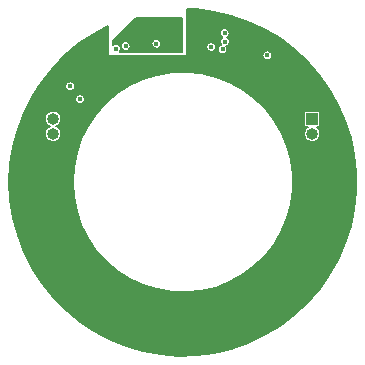
<source format=gbr>
G04 #@! TF.GenerationSoftware,KiCad,Pcbnew,(5.1.4)-1*
G04 #@! TF.CreationDate,2020-09-02T00:42:46-07:00*
G04 #@! TF.ProjectId,LED_Ring,4c45445f-5269-46e6-972e-6b696361645f,rev?*
G04 #@! TF.SameCoordinates,Original*
G04 #@! TF.FileFunction,Copper,L2,Inr*
G04 #@! TF.FilePolarity,Positive*
%FSLAX46Y46*%
G04 Gerber Fmt 4.6, Leading zero omitted, Abs format (unit mm)*
G04 Created by KiCad (PCBNEW (5.1.4)-1) date 2020-09-02 00:42:46*
%MOMM*%
%LPD*%
G04 APERTURE LIST*
%ADD10O,1.000000X1.000000*%
%ADD11R,1.000000X1.000000*%
%ADD12C,0.450000*%
%ADD13C,0.127000*%
G04 APERTURE END LIST*
D10*
X99009680Y-75913900D03*
X99009680Y-74643900D03*
D11*
X99009680Y-73373900D03*
D10*
X120941580Y-75913420D03*
D11*
X120941580Y-74643420D03*
D12*
X100457000Y-71882000D03*
X101295200Y-72974200D03*
X113360200Y-68757800D03*
X110540800Y-68097400D03*
X109524800Y-67386200D03*
X105841800Y-68148200D03*
X117068600Y-70967600D03*
X117119400Y-70078600D03*
X104329142Y-68692622D03*
X112395000Y-68554600D03*
X113567106Y-68101094D03*
X113538000Y-67386200D03*
X107752671Y-68281071D03*
X117144800Y-69265800D03*
X105156000Y-68478400D03*
D13*
G36*
X109936500Y-68936500D02*
G01*
X104665906Y-68936500D01*
X104697353Y-68889435D01*
X104728674Y-68813819D01*
X104744642Y-68733545D01*
X104744642Y-68651699D01*
X104728674Y-68571425D01*
X104697353Y-68495809D01*
X104658378Y-68437477D01*
X104740500Y-68437477D01*
X104740500Y-68519323D01*
X104756468Y-68599597D01*
X104787789Y-68675213D01*
X104833260Y-68743266D01*
X104891134Y-68801140D01*
X104959187Y-68846611D01*
X105034803Y-68877932D01*
X105115077Y-68893900D01*
X105196923Y-68893900D01*
X105277197Y-68877932D01*
X105352813Y-68846611D01*
X105420866Y-68801140D01*
X105478740Y-68743266D01*
X105524211Y-68675213D01*
X105555532Y-68599597D01*
X105571500Y-68519323D01*
X105571500Y-68437477D01*
X105555532Y-68357203D01*
X105524211Y-68281587D01*
X105496523Y-68240148D01*
X107337171Y-68240148D01*
X107337171Y-68321994D01*
X107353139Y-68402268D01*
X107384460Y-68477884D01*
X107429931Y-68545937D01*
X107487805Y-68603811D01*
X107555858Y-68649282D01*
X107631474Y-68680603D01*
X107711748Y-68696571D01*
X107793594Y-68696571D01*
X107873868Y-68680603D01*
X107949484Y-68649282D01*
X108017537Y-68603811D01*
X108075411Y-68545937D01*
X108120882Y-68477884D01*
X108152203Y-68402268D01*
X108168171Y-68321994D01*
X108168171Y-68240148D01*
X108152203Y-68159874D01*
X108120882Y-68084258D01*
X108075411Y-68016205D01*
X108017537Y-67958331D01*
X107949484Y-67912860D01*
X107873868Y-67881539D01*
X107793594Y-67865571D01*
X107711748Y-67865571D01*
X107631474Y-67881539D01*
X107555858Y-67912860D01*
X107487805Y-67958331D01*
X107429931Y-68016205D01*
X107384460Y-68084258D01*
X107353139Y-68159874D01*
X107337171Y-68240148D01*
X105496523Y-68240148D01*
X105478740Y-68213534D01*
X105420866Y-68155660D01*
X105352813Y-68110189D01*
X105277197Y-68078868D01*
X105196923Y-68062900D01*
X105115077Y-68062900D01*
X105034803Y-68078868D01*
X104959187Y-68110189D01*
X104891134Y-68155660D01*
X104833260Y-68213534D01*
X104787789Y-68281587D01*
X104756468Y-68357203D01*
X104740500Y-68437477D01*
X104658378Y-68437477D01*
X104651882Y-68427756D01*
X104594008Y-68369882D01*
X104525955Y-68324411D01*
X104450339Y-68293090D01*
X104370065Y-68277122D01*
X104288219Y-68277122D01*
X104207945Y-68293090D01*
X104132329Y-68324411D01*
X104064276Y-68369882D01*
X104063500Y-68370658D01*
X104063500Y-68026302D01*
X106026302Y-66063500D01*
X109936500Y-66063500D01*
X109936500Y-68936500D01*
X109936500Y-68936500D01*
G37*
X109936500Y-68936500D02*
X104665906Y-68936500D01*
X104697353Y-68889435D01*
X104728674Y-68813819D01*
X104744642Y-68733545D01*
X104744642Y-68651699D01*
X104728674Y-68571425D01*
X104697353Y-68495809D01*
X104658378Y-68437477D01*
X104740500Y-68437477D01*
X104740500Y-68519323D01*
X104756468Y-68599597D01*
X104787789Y-68675213D01*
X104833260Y-68743266D01*
X104891134Y-68801140D01*
X104959187Y-68846611D01*
X105034803Y-68877932D01*
X105115077Y-68893900D01*
X105196923Y-68893900D01*
X105277197Y-68877932D01*
X105352813Y-68846611D01*
X105420866Y-68801140D01*
X105478740Y-68743266D01*
X105524211Y-68675213D01*
X105555532Y-68599597D01*
X105571500Y-68519323D01*
X105571500Y-68437477D01*
X105555532Y-68357203D01*
X105524211Y-68281587D01*
X105496523Y-68240148D01*
X107337171Y-68240148D01*
X107337171Y-68321994D01*
X107353139Y-68402268D01*
X107384460Y-68477884D01*
X107429931Y-68545937D01*
X107487805Y-68603811D01*
X107555858Y-68649282D01*
X107631474Y-68680603D01*
X107711748Y-68696571D01*
X107793594Y-68696571D01*
X107873868Y-68680603D01*
X107949484Y-68649282D01*
X108017537Y-68603811D01*
X108075411Y-68545937D01*
X108120882Y-68477884D01*
X108152203Y-68402268D01*
X108168171Y-68321994D01*
X108168171Y-68240148D01*
X108152203Y-68159874D01*
X108120882Y-68084258D01*
X108075411Y-68016205D01*
X108017537Y-67958331D01*
X107949484Y-67912860D01*
X107873868Y-67881539D01*
X107793594Y-67865571D01*
X107711748Y-67865571D01*
X107631474Y-67881539D01*
X107555858Y-67912860D01*
X107487805Y-67958331D01*
X107429931Y-68016205D01*
X107384460Y-68084258D01*
X107353139Y-68159874D01*
X107337171Y-68240148D01*
X105496523Y-68240148D01*
X105478740Y-68213534D01*
X105420866Y-68155660D01*
X105352813Y-68110189D01*
X105277197Y-68078868D01*
X105196923Y-68062900D01*
X105115077Y-68062900D01*
X105034803Y-68078868D01*
X104959187Y-68110189D01*
X104891134Y-68155660D01*
X104833260Y-68213534D01*
X104787789Y-68281587D01*
X104756468Y-68357203D01*
X104740500Y-68437477D01*
X104658378Y-68437477D01*
X104651882Y-68427756D01*
X104594008Y-68369882D01*
X104525955Y-68324411D01*
X104450339Y-68293090D01*
X104370065Y-68277122D01*
X104288219Y-68277122D01*
X104207945Y-68293090D01*
X104132329Y-68324411D01*
X104064276Y-68369882D01*
X104063500Y-68370658D01*
X104063500Y-68026302D01*
X106026302Y-66063500D01*
X109936500Y-66063500D01*
X109936500Y-68936500D01*
G36*
X111133129Y-65361290D02*
G01*
X112632290Y-65555387D01*
X114103548Y-65902599D01*
X115531307Y-66399248D01*
X116900434Y-67040069D01*
X118196413Y-67818267D01*
X119405509Y-68725595D01*
X120514905Y-69752435D01*
X121512839Y-70887901D01*
X122388735Y-72119958D01*
X123133307Y-73435545D01*
X123738662Y-74820717D01*
X124198385Y-76260791D01*
X124507601Y-77740502D01*
X124663032Y-79244163D01*
X124663032Y-80755837D01*
X124507601Y-82259498D01*
X124198385Y-83739209D01*
X123738662Y-85179283D01*
X123133307Y-86564455D01*
X122388735Y-87880042D01*
X121512839Y-89112099D01*
X120514905Y-90247565D01*
X119405509Y-91274405D01*
X118196413Y-92181733D01*
X116900434Y-92959931D01*
X115531307Y-93600752D01*
X114103548Y-94097401D01*
X112632290Y-94444613D01*
X111133129Y-94638710D01*
X109621956Y-94677632D01*
X108114791Y-94560968D01*
X106627610Y-94289954D01*
X105176176Y-93867463D01*
X103775877Y-93297973D01*
X102441555Y-92587522D01*
X101187354Y-91743640D01*
X100026569Y-90775272D01*
X98971505Y-89692684D01*
X98033346Y-88507350D01*
X97222037Y-87231837D01*
X96546177Y-85879664D01*
X96012931Y-84465166D01*
X95627951Y-83003336D01*
X95395319Y-81509669D01*
X95317500Y-80000000D01*
X100662500Y-80000000D01*
X100745814Y-81244567D01*
X100994269Y-82466925D01*
X101403432Y-83645260D01*
X101966000Y-84758545D01*
X102671936Y-85786915D01*
X103508641Y-86712016D01*
X104461184Y-87517342D01*
X105512568Y-88188520D01*
X106644030Y-88713574D01*
X107835379Y-89083134D01*
X109065356Y-89290605D01*
X110312012Y-89332286D01*
X111553100Y-89207431D01*
X112766473Y-88918270D01*
X113930478Y-88469961D01*
X115024344Y-87870507D01*
X116028550Y-87130602D01*
X116925177Y-86263452D01*
X117698223Y-85284531D01*
X118333895Y-84211307D01*
X118820848Y-83062932D01*
X119150392Y-81859899D01*
X119316648Y-80623676D01*
X119316648Y-79376324D01*
X119150392Y-78140101D01*
X118820848Y-76937068D01*
X118386784Y-75913420D01*
X120247739Y-75913420D01*
X120261071Y-76048782D01*
X120300555Y-76178941D01*
X120364672Y-76298897D01*
X120450960Y-76404040D01*
X120556103Y-76490328D01*
X120676059Y-76554445D01*
X120806218Y-76593929D01*
X120907658Y-76603920D01*
X120975502Y-76603920D01*
X121076942Y-76593929D01*
X121207101Y-76554445D01*
X121327057Y-76490328D01*
X121432200Y-76404040D01*
X121518488Y-76298897D01*
X121582605Y-76178941D01*
X121622089Y-76048782D01*
X121635421Y-75913420D01*
X121622089Y-75778058D01*
X121582605Y-75647899D01*
X121518488Y-75527943D01*
X121432200Y-75422800D01*
X121327057Y-75336512D01*
X121323931Y-75334841D01*
X121441580Y-75334841D01*
X121478924Y-75331163D01*
X121514834Y-75320270D01*
X121547928Y-75302581D01*
X121576935Y-75278775D01*
X121600741Y-75249768D01*
X121618430Y-75216674D01*
X121629323Y-75180764D01*
X121633001Y-75143420D01*
X121633001Y-74143420D01*
X121629323Y-74106076D01*
X121618430Y-74070166D01*
X121600741Y-74037072D01*
X121576935Y-74008065D01*
X121547928Y-73984259D01*
X121514834Y-73966570D01*
X121478924Y-73955677D01*
X121441580Y-73951999D01*
X120441580Y-73951999D01*
X120404236Y-73955677D01*
X120368326Y-73966570D01*
X120335232Y-73984259D01*
X120306225Y-74008065D01*
X120282419Y-74037072D01*
X120264730Y-74070166D01*
X120253837Y-74106076D01*
X120250159Y-74143420D01*
X120250159Y-75143420D01*
X120253837Y-75180764D01*
X120264730Y-75216674D01*
X120282419Y-75249768D01*
X120306225Y-75278775D01*
X120335232Y-75302581D01*
X120368326Y-75320270D01*
X120404236Y-75331163D01*
X120441580Y-75334841D01*
X120559229Y-75334841D01*
X120556103Y-75336512D01*
X120450960Y-75422800D01*
X120364672Y-75527943D01*
X120300555Y-75647899D01*
X120261071Y-75778058D01*
X120247739Y-75913420D01*
X118386784Y-75913420D01*
X118333895Y-75788693D01*
X117698223Y-74715469D01*
X116925177Y-73736548D01*
X116028550Y-72869398D01*
X115024344Y-72129493D01*
X113930478Y-71530039D01*
X112766473Y-71081730D01*
X111553100Y-70792569D01*
X110312012Y-70667714D01*
X109065356Y-70709395D01*
X107835379Y-70916866D01*
X106644030Y-71286426D01*
X105512568Y-71811480D01*
X104461184Y-72482658D01*
X103508641Y-73287984D01*
X102671936Y-74213085D01*
X101966000Y-75241455D01*
X101403432Y-76354740D01*
X100994269Y-77533075D01*
X100745814Y-78755433D01*
X100662500Y-80000000D01*
X95317500Y-80000000D01*
X95395319Y-78490331D01*
X95627951Y-76996664D01*
X96012931Y-75534834D01*
X96348800Y-74643900D01*
X98315839Y-74643900D01*
X98329171Y-74779262D01*
X98368655Y-74909421D01*
X98432772Y-75029377D01*
X98519060Y-75134520D01*
X98624203Y-75220808D01*
X98732887Y-75278900D01*
X98624203Y-75336992D01*
X98519060Y-75423280D01*
X98432772Y-75528423D01*
X98368655Y-75648379D01*
X98329171Y-75778538D01*
X98315839Y-75913900D01*
X98329171Y-76049262D01*
X98368655Y-76179421D01*
X98432772Y-76299377D01*
X98519060Y-76404520D01*
X98624203Y-76490808D01*
X98744159Y-76554925D01*
X98874318Y-76594409D01*
X98975758Y-76604400D01*
X99043602Y-76604400D01*
X99145042Y-76594409D01*
X99275201Y-76554925D01*
X99395157Y-76490808D01*
X99500300Y-76404520D01*
X99586588Y-76299377D01*
X99650705Y-76179421D01*
X99690189Y-76049262D01*
X99703521Y-75913900D01*
X99690189Y-75778538D01*
X99650705Y-75648379D01*
X99586588Y-75528423D01*
X99500300Y-75423280D01*
X99395157Y-75336992D01*
X99286473Y-75278900D01*
X99395157Y-75220808D01*
X99500300Y-75134520D01*
X99586588Y-75029377D01*
X99650705Y-74909421D01*
X99690189Y-74779262D01*
X99703521Y-74643900D01*
X99690189Y-74508538D01*
X99650705Y-74378379D01*
X99586588Y-74258423D01*
X99500300Y-74153280D01*
X99395157Y-74066992D01*
X99275201Y-74002875D01*
X99145042Y-73963391D01*
X99043602Y-73953400D01*
X98975758Y-73953400D01*
X98874318Y-73963391D01*
X98744159Y-74002875D01*
X98624203Y-74066992D01*
X98519060Y-74153280D01*
X98432772Y-74258423D01*
X98368655Y-74378379D01*
X98329171Y-74508538D01*
X98315839Y-74643900D01*
X96348800Y-74643900D01*
X96546177Y-74120336D01*
X97139507Y-72933277D01*
X100879700Y-72933277D01*
X100879700Y-73015123D01*
X100895668Y-73095397D01*
X100926989Y-73171013D01*
X100972460Y-73239066D01*
X101030334Y-73296940D01*
X101098387Y-73342411D01*
X101174003Y-73373732D01*
X101254277Y-73389700D01*
X101336123Y-73389700D01*
X101416397Y-73373732D01*
X101492013Y-73342411D01*
X101560066Y-73296940D01*
X101617940Y-73239066D01*
X101663411Y-73171013D01*
X101694732Y-73095397D01*
X101710700Y-73015123D01*
X101710700Y-72933277D01*
X101694732Y-72853003D01*
X101663411Y-72777387D01*
X101617940Y-72709334D01*
X101560066Y-72651460D01*
X101492013Y-72605989D01*
X101416397Y-72574668D01*
X101336123Y-72558700D01*
X101254277Y-72558700D01*
X101174003Y-72574668D01*
X101098387Y-72605989D01*
X101030334Y-72651460D01*
X100972460Y-72709334D01*
X100926989Y-72777387D01*
X100895668Y-72853003D01*
X100879700Y-72933277D01*
X97139507Y-72933277D01*
X97222037Y-72768163D01*
X97811723Y-71841077D01*
X100041500Y-71841077D01*
X100041500Y-71922923D01*
X100057468Y-72003197D01*
X100088789Y-72078813D01*
X100134260Y-72146866D01*
X100192134Y-72204740D01*
X100260187Y-72250211D01*
X100335803Y-72281532D01*
X100416077Y-72297500D01*
X100497923Y-72297500D01*
X100578197Y-72281532D01*
X100653813Y-72250211D01*
X100721866Y-72204740D01*
X100779740Y-72146866D01*
X100825211Y-72078813D01*
X100856532Y-72003197D01*
X100872500Y-71922923D01*
X100872500Y-71841077D01*
X100856532Y-71760803D01*
X100825211Y-71685187D01*
X100779740Y-71617134D01*
X100721866Y-71559260D01*
X100653813Y-71513789D01*
X100578197Y-71482468D01*
X100497923Y-71466500D01*
X100416077Y-71466500D01*
X100335803Y-71482468D01*
X100260187Y-71513789D01*
X100192134Y-71559260D01*
X100134260Y-71617134D01*
X100088789Y-71685187D01*
X100057468Y-71760803D01*
X100041500Y-71841077D01*
X97811723Y-71841077D01*
X98033346Y-71492650D01*
X98971505Y-70307316D01*
X100026569Y-69224728D01*
X101187354Y-68256360D01*
X102441555Y-67412478D01*
X103686500Y-66749615D01*
X103686500Y-69250000D01*
X103687720Y-69262388D01*
X103691334Y-69274300D01*
X103697202Y-69285279D01*
X103705099Y-69294901D01*
X103714721Y-69302798D01*
X103725700Y-69308666D01*
X103737612Y-69312280D01*
X103750000Y-69313500D01*
X110250000Y-69313500D01*
X110262388Y-69312280D01*
X110274300Y-69308666D01*
X110285279Y-69302798D01*
X110294901Y-69294901D01*
X110302798Y-69285279D01*
X110308666Y-69274300D01*
X110312280Y-69262388D01*
X110313500Y-69250000D01*
X110313500Y-69224877D01*
X116729300Y-69224877D01*
X116729300Y-69306723D01*
X116745268Y-69386997D01*
X116776589Y-69462613D01*
X116822060Y-69530666D01*
X116879934Y-69588540D01*
X116947987Y-69634011D01*
X117023603Y-69665332D01*
X117103877Y-69681300D01*
X117185723Y-69681300D01*
X117265997Y-69665332D01*
X117341613Y-69634011D01*
X117409666Y-69588540D01*
X117467540Y-69530666D01*
X117513011Y-69462613D01*
X117544332Y-69386997D01*
X117560300Y-69306723D01*
X117560300Y-69224877D01*
X117544332Y-69144603D01*
X117513011Y-69068987D01*
X117467540Y-69000934D01*
X117409666Y-68943060D01*
X117341613Y-68897589D01*
X117265997Y-68866268D01*
X117185723Y-68850300D01*
X117103877Y-68850300D01*
X117023603Y-68866268D01*
X116947987Y-68897589D01*
X116879934Y-68943060D01*
X116822060Y-69000934D01*
X116776589Y-69068987D01*
X116745268Y-69144603D01*
X116729300Y-69224877D01*
X110313500Y-69224877D01*
X110313500Y-68513677D01*
X111979500Y-68513677D01*
X111979500Y-68595523D01*
X111995468Y-68675797D01*
X112026789Y-68751413D01*
X112072260Y-68819466D01*
X112130134Y-68877340D01*
X112198187Y-68922811D01*
X112273803Y-68954132D01*
X112354077Y-68970100D01*
X112435923Y-68970100D01*
X112516197Y-68954132D01*
X112591813Y-68922811D01*
X112659866Y-68877340D01*
X112717740Y-68819466D01*
X112763211Y-68751413D01*
X112777516Y-68716877D01*
X112944700Y-68716877D01*
X112944700Y-68798723D01*
X112960668Y-68878997D01*
X112991989Y-68954613D01*
X113037460Y-69022666D01*
X113095334Y-69080540D01*
X113163387Y-69126011D01*
X113239003Y-69157332D01*
X113319277Y-69173300D01*
X113401123Y-69173300D01*
X113481397Y-69157332D01*
X113557013Y-69126011D01*
X113625066Y-69080540D01*
X113682940Y-69022666D01*
X113728411Y-68954613D01*
X113759732Y-68878997D01*
X113775700Y-68798723D01*
X113775700Y-68716877D01*
X113759732Y-68636603D01*
X113728411Y-68560987D01*
X113688106Y-68500665D01*
X113688303Y-68500626D01*
X113763919Y-68469305D01*
X113831972Y-68423834D01*
X113889846Y-68365960D01*
X113935317Y-68297907D01*
X113966638Y-68222291D01*
X113982606Y-68142017D01*
X113982606Y-68060171D01*
X113966638Y-67979897D01*
X113935317Y-67904281D01*
X113889846Y-67836228D01*
X113831972Y-67778354D01*
X113765476Y-67733923D01*
X113802866Y-67708940D01*
X113860740Y-67651066D01*
X113906211Y-67583013D01*
X113937532Y-67507397D01*
X113953500Y-67427123D01*
X113953500Y-67345277D01*
X113937532Y-67265003D01*
X113906211Y-67189387D01*
X113860740Y-67121334D01*
X113802866Y-67063460D01*
X113734813Y-67017989D01*
X113659197Y-66986668D01*
X113578923Y-66970700D01*
X113497077Y-66970700D01*
X113416803Y-66986668D01*
X113341187Y-67017989D01*
X113273134Y-67063460D01*
X113215260Y-67121334D01*
X113169789Y-67189387D01*
X113138468Y-67265003D01*
X113122500Y-67345277D01*
X113122500Y-67427123D01*
X113138468Y-67507397D01*
X113169789Y-67583013D01*
X113215260Y-67651066D01*
X113273134Y-67708940D01*
X113339630Y-67753371D01*
X113302240Y-67778354D01*
X113244366Y-67836228D01*
X113198895Y-67904281D01*
X113167574Y-67979897D01*
X113151606Y-68060171D01*
X113151606Y-68142017D01*
X113167574Y-68222291D01*
X113198895Y-68297907D01*
X113239200Y-68358229D01*
X113239003Y-68358268D01*
X113163387Y-68389589D01*
X113095334Y-68435060D01*
X113037460Y-68492934D01*
X112991989Y-68560987D01*
X112960668Y-68636603D01*
X112944700Y-68716877D01*
X112777516Y-68716877D01*
X112794532Y-68675797D01*
X112810500Y-68595523D01*
X112810500Y-68513677D01*
X112794532Y-68433403D01*
X112763211Y-68357787D01*
X112717740Y-68289734D01*
X112659866Y-68231860D01*
X112591813Y-68186389D01*
X112516197Y-68155068D01*
X112435923Y-68139100D01*
X112354077Y-68139100D01*
X112273803Y-68155068D01*
X112198187Y-68186389D01*
X112130134Y-68231860D01*
X112072260Y-68289734D01*
X112026789Y-68357787D01*
X111995468Y-68433403D01*
X111979500Y-68513677D01*
X110313500Y-68513677D01*
X110313500Y-65340180D01*
X111133129Y-65361290D01*
X111133129Y-65361290D01*
G37*
X111133129Y-65361290D02*
X112632290Y-65555387D01*
X114103548Y-65902599D01*
X115531307Y-66399248D01*
X116900434Y-67040069D01*
X118196413Y-67818267D01*
X119405509Y-68725595D01*
X120514905Y-69752435D01*
X121512839Y-70887901D01*
X122388735Y-72119958D01*
X123133307Y-73435545D01*
X123738662Y-74820717D01*
X124198385Y-76260791D01*
X124507601Y-77740502D01*
X124663032Y-79244163D01*
X124663032Y-80755837D01*
X124507601Y-82259498D01*
X124198385Y-83739209D01*
X123738662Y-85179283D01*
X123133307Y-86564455D01*
X122388735Y-87880042D01*
X121512839Y-89112099D01*
X120514905Y-90247565D01*
X119405509Y-91274405D01*
X118196413Y-92181733D01*
X116900434Y-92959931D01*
X115531307Y-93600752D01*
X114103548Y-94097401D01*
X112632290Y-94444613D01*
X111133129Y-94638710D01*
X109621956Y-94677632D01*
X108114791Y-94560968D01*
X106627610Y-94289954D01*
X105176176Y-93867463D01*
X103775877Y-93297973D01*
X102441555Y-92587522D01*
X101187354Y-91743640D01*
X100026569Y-90775272D01*
X98971505Y-89692684D01*
X98033346Y-88507350D01*
X97222037Y-87231837D01*
X96546177Y-85879664D01*
X96012931Y-84465166D01*
X95627951Y-83003336D01*
X95395319Y-81509669D01*
X95317500Y-80000000D01*
X100662500Y-80000000D01*
X100745814Y-81244567D01*
X100994269Y-82466925D01*
X101403432Y-83645260D01*
X101966000Y-84758545D01*
X102671936Y-85786915D01*
X103508641Y-86712016D01*
X104461184Y-87517342D01*
X105512568Y-88188520D01*
X106644030Y-88713574D01*
X107835379Y-89083134D01*
X109065356Y-89290605D01*
X110312012Y-89332286D01*
X111553100Y-89207431D01*
X112766473Y-88918270D01*
X113930478Y-88469961D01*
X115024344Y-87870507D01*
X116028550Y-87130602D01*
X116925177Y-86263452D01*
X117698223Y-85284531D01*
X118333895Y-84211307D01*
X118820848Y-83062932D01*
X119150392Y-81859899D01*
X119316648Y-80623676D01*
X119316648Y-79376324D01*
X119150392Y-78140101D01*
X118820848Y-76937068D01*
X118386784Y-75913420D01*
X120247739Y-75913420D01*
X120261071Y-76048782D01*
X120300555Y-76178941D01*
X120364672Y-76298897D01*
X120450960Y-76404040D01*
X120556103Y-76490328D01*
X120676059Y-76554445D01*
X120806218Y-76593929D01*
X120907658Y-76603920D01*
X120975502Y-76603920D01*
X121076942Y-76593929D01*
X121207101Y-76554445D01*
X121327057Y-76490328D01*
X121432200Y-76404040D01*
X121518488Y-76298897D01*
X121582605Y-76178941D01*
X121622089Y-76048782D01*
X121635421Y-75913420D01*
X121622089Y-75778058D01*
X121582605Y-75647899D01*
X121518488Y-75527943D01*
X121432200Y-75422800D01*
X121327057Y-75336512D01*
X121323931Y-75334841D01*
X121441580Y-75334841D01*
X121478924Y-75331163D01*
X121514834Y-75320270D01*
X121547928Y-75302581D01*
X121576935Y-75278775D01*
X121600741Y-75249768D01*
X121618430Y-75216674D01*
X121629323Y-75180764D01*
X121633001Y-75143420D01*
X121633001Y-74143420D01*
X121629323Y-74106076D01*
X121618430Y-74070166D01*
X121600741Y-74037072D01*
X121576935Y-74008065D01*
X121547928Y-73984259D01*
X121514834Y-73966570D01*
X121478924Y-73955677D01*
X121441580Y-73951999D01*
X120441580Y-73951999D01*
X120404236Y-73955677D01*
X120368326Y-73966570D01*
X120335232Y-73984259D01*
X120306225Y-74008065D01*
X120282419Y-74037072D01*
X120264730Y-74070166D01*
X120253837Y-74106076D01*
X120250159Y-74143420D01*
X120250159Y-75143420D01*
X120253837Y-75180764D01*
X120264730Y-75216674D01*
X120282419Y-75249768D01*
X120306225Y-75278775D01*
X120335232Y-75302581D01*
X120368326Y-75320270D01*
X120404236Y-75331163D01*
X120441580Y-75334841D01*
X120559229Y-75334841D01*
X120556103Y-75336512D01*
X120450960Y-75422800D01*
X120364672Y-75527943D01*
X120300555Y-75647899D01*
X120261071Y-75778058D01*
X120247739Y-75913420D01*
X118386784Y-75913420D01*
X118333895Y-75788693D01*
X117698223Y-74715469D01*
X116925177Y-73736548D01*
X116028550Y-72869398D01*
X115024344Y-72129493D01*
X113930478Y-71530039D01*
X112766473Y-71081730D01*
X111553100Y-70792569D01*
X110312012Y-70667714D01*
X109065356Y-70709395D01*
X107835379Y-70916866D01*
X106644030Y-71286426D01*
X105512568Y-71811480D01*
X104461184Y-72482658D01*
X103508641Y-73287984D01*
X102671936Y-74213085D01*
X101966000Y-75241455D01*
X101403432Y-76354740D01*
X100994269Y-77533075D01*
X100745814Y-78755433D01*
X100662500Y-80000000D01*
X95317500Y-80000000D01*
X95395319Y-78490331D01*
X95627951Y-76996664D01*
X96012931Y-75534834D01*
X96348800Y-74643900D01*
X98315839Y-74643900D01*
X98329171Y-74779262D01*
X98368655Y-74909421D01*
X98432772Y-75029377D01*
X98519060Y-75134520D01*
X98624203Y-75220808D01*
X98732887Y-75278900D01*
X98624203Y-75336992D01*
X98519060Y-75423280D01*
X98432772Y-75528423D01*
X98368655Y-75648379D01*
X98329171Y-75778538D01*
X98315839Y-75913900D01*
X98329171Y-76049262D01*
X98368655Y-76179421D01*
X98432772Y-76299377D01*
X98519060Y-76404520D01*
X98624203Y-76490808D01*
X98744159Y-76554925D01*
X98874318Y-76594409D01*
X98975758Y-76604400D01*
X99043602Y-76604400D01*
X99145042Y-76594409D01*
X99275201Y-76554925D01*
X99395157Y-76490808D01*
X99500300Y-76404520D01*
X99586588Y-76299377D01*
X99650705Y-76179421D01*
X99690189Y-76049262D01*
X99703521Y-75913900D01*
X99690189Y-75778538D01*
X99650705Y-75648379D01*
X99586588Y-75528423D01*
X99500300Y-75423280D01*
X99395157Y-75336992D01*
X99286473Y-75278900D01*
X99395157Y-75220808D01*
X99500300Y-75134520D01*
X99586588Y-75029377D01*
X99650705Y-74909421D01*
X99690189Y-74779262D01*
X99703521Y-74643900D01*
X99690189Y-74508538D01*
X99650705Y-74378379D01*
X99586588Y-74258423D01*
X99500300Y-74153280D01*
X99395157Y-74066992D01*
X99275201Y-74002875D01*
X99145042Y-73963391D01*
X99043602Y-73953400D01*
X98975758Y-73953400D01*
X98874318Y-73963391D01*
X98744159Y-74002875D01*
X98624203Y-74066992D01*
X98519060Y-74153280D01*
X98432772Y-74258423D01*
X98368655Y-74378379D01*
X98329171Y-74508538D01*
X98315839Y-74643900D01*
X96348800Y-74643900D01*
X96546177Y-74120336D01*
X97139507Y-72933277D01*
X100879700Y-72933277D01*
X100879700Y-73015123D01*
X100895668Y-73095397D01*
X100926989Y-73171013D01*
X100972460Y-73239066D01*
X101030334Y-73296940D01*
X101098387Y-73342411D01*
X101174003Y-73373732D01*
X101254277Y-73389700D01*
X101336123Y-73389700D01*
X101416397Y-73373732D01*
X101492013Y-73342411D01*
X101560066Y-73296940D01*
X101617940Y-73239066D01*
X101663411Y-73171013D01*
X101694732Y-73095397D01*
X101710700Y-73015123D01*
X101710700Y-72933277D01*
X101694732Y-72853003D01*
X101663411Y-72777387D01*
X101617940Y-72709334D01*
X101560066Y-72651460D01*
X101492013Y-72605989D01*
X101416397Y-72574668D01*
X101336123Y-72558700D01*
X101254277Y-72558700D01*
X101174003Y-72574668D01*
X101098387Y-72605989D01*
X101030334Y-72651460D01*
X100972460Y-72709334D01*
X100926989Y-72777387D01*
X100895668Y-72853003D01*
X100879700Y-72933277D01*
X97139507Y-72933277D01*
X97222037Y-72768163D01*
X97811723Y-71841077D01*
X100041500Y-71841077D01*
X100041500Y-71922923D01*
X100057468Y-72003197D01*
X100088789Y-72078813D01*
X100134260Y-72146866D01*
X100192134Y-72204740D01*
X100260187Y-72250211D01*
X100335803Y-72281532D01*
X100416077Y-72297500D01*
X100497923Y-72297500D01*
X100578197Y-72281532D01*
X100653813Y-72250211D01*
X100721866Y-72204740D01*
X100779740Y-72146866D01*
X100825211Y-72078813D01*
X100856532Y-72003197D01*
X100872500Y-71922923D01*
X100872500Y-71841077D01*
X100856532Y-71760803D01*
X100825211Y-71685187D01*
X100779740Y-71617134D01*
X100721866Y-71559260D01*
X100653813Y-71513789D01*
X100578197Y-71482468D01*
X100497923Y-71466500D01*
X100416077Y-71466500D01*
X100335803Y-71482468D01*
X100260187Y-71513789D01*
X100192134Y-71559260D01*
X100134260Y-71617134D01*
X100088789Y-71685187D01*
X100057468Y-71760803D01*
X100041500Y-71841077D01*
X97811723Y-71841077D01*
X98033346Y-71492650D01*
X98971505Y-70307316D01*
X100026569Y-69224728D01*
X101187354Y-68256360D01*
X102441555Y-67412478D01*
X103686500Y-66749615D01*
X103686500Y-69250000D01*
X103687720Y-69262388D01*
X103691334Y-69274300D01*
X103697202Y-69285279D01*
X103705099Y-69294901D01*
X103714721Y-69302798D01*
X103725700Y-69308666D01*
X103737612Y-69312280D01*
X103750000Y-69313500D01*
X110250000Y-69313500D01*
X110262388Y-69312280D01*
X110274300Y-69308666D01*
X110285279Y-69302798D01*
X110294901Y-69294901D01*
X110302798Y-69285279D01*
X110308666Y-69274300D01*
X110312280Y-69262388D01*
X110313500Y-69250000D01*
X110313500Y-69224877D01*
X116729300Y-69224877D01*
X116729300Y-69306723D01*
X116745268Y-69386997D01*
X116776589Y-69462613D01*
X116822060Y-69530666D01*
X116879934Y-69588540D01*
X116947987Y-69634011D01*
X117023603Y-69665332D01*
X117103877Y-69681300D01*
X117185723Y-69681300D01*
X117265997Y-69665332D01*
X117341613Y-69634011D01*
X117409666Y-69588540D01*
X117467540Y-69530666D01*
X117513011Y-69462613D01*
X117544332Y-69386997D01*
X117560300Y-69306723D01*
X117560300Y-69224877D01*
X117544332Y-69144603D01*
X117513011Y-69068987D01*
X117467540Y-69000934D01*
X117409666Y-68943060D01*
X117341613Y-68897589D01*
X117265997Y-68866268D01*
X117185723Y-68850300D01*
X117103877Y-68850300D01*
X117023603Y-68866268D01*
X116947987Y-68897589D01*
X116879934Y-68943060D01*
X116822060Y-69000934D01*
X116776589Y-69068987D01*
X116745268Y-69144603D01*
X116729300Y-69224877D01*
X110313500Y-69224877D01*
X110313500Y-68513677D01*
X111979500Y-68513677D01*
X111979500Y-68595523D01*
X111995468Y-68675797D01*
X112026789Y-68751413D01*
X112072260Y-68819466D01*
X112130134Y-68877340D01*
X112198187Y-68922811D01*
X112273803Y-68954132D01*
X112354077Y-68970100D01*
X112435923Y-68970100D01*
X112516197Y-68954132D01*
X112591813Y-68922811D01*
X112659866Y-68877340D01*
X112717740Y-68819466D01*
X112763211Y-68751413D01*
X112777516Y-68716877D01*
X112944700Y-68716877D01*
X112944700Y-68798723D01*
X112960668Y-68878997D01*
X112991989Y-68954613D01*
X113037460Y-69022666D01*
X113095334Y-69080540D01*
X113163387Y-69126011D01*
X113239003Y-69157332D01*
X113319277Y-69173300D01*
X113401123Y-69173300D01*
X113481397Y-69157332D01*
X113557013Y-69126011D01*
X113625066Y-69080540D01*
X113682940Y-69022666D01*
X113728411Y-68954613D01*
X113759732Y-68878997D01*
X113775700Y-68798723D01*
X113775700Y-68716877D01*
X113759732Y-68636603D01*
X113728411Y-68560987D01*
X113688106Y-68500665D01*
X113688303Y-68500626D01*
X113763919Y-68469305D01*
X113831972Y-68423834D01*
X113889846Y-68365960D01*
X113935317Y-68297907D01*
X113966638Y-68222291D01*
X113982606Y-68142017D01*
X113982606Y-68060171D01*
X113966638Y-67979897D01*
X113935317Y-67904281D01*
X113889846Y-67836228D01*
X113831972Y-67778354D01*
X113765476Y-67733923D01*
X113802866Y-67708940D01*
X113860740Y-67651066D01*
X113906211Y-67583013D01*
X113937532Y-67507397D01*
X113953500Y-67427123D01*
X113953500Y-67345277D01*
X113937532Y-67265003D01*
X113906211Y-67189387D01*
X113860740Y-67121334D01*
X113802866Y-67063460D01*
X113734813Y-67017989D01*
X113659197Y-66986668D01*
X113578923Y-66970700D01*
X113497077Y-66970700D01*
X113416803Y-66986668D01*
X113341187Y-67017989D01*
X113273134Y-67063460D01*
X113215260Y-67121334D01*
X113169789Y-67189387D01*
X113138468Y-67265003D01*
X113122500Y-67345277D01*
X113122500Y-67427123D01*
X113138468Y-67507397D01*
X113169789Y-67583013D01*
X113215260Y-67651066D01*
X113273134Y-67708940D01*
X113339630Y-67753371D01*
X113302240Y-67778354D01*
X113244366Y-67836228D01*
X113198895Y-67904281D01*
X113167574Y-67979897D01*
X113151606Y-68060171D01*
X113151606Y-68142017D01*
X113167574Y-68222291D01*
X113198895Y-68297907D01*
X113239200Y-68358229D01*
X113239003Y-68358268D01*
X113163387Y-68389589D01*
X113095334Y-68435060D01*
X113037460Y-68492934D01*
X112991989Y-68560987D01*
X112960668Y-68636603D01*
X112944700Y-68716877D01*
X112777516Y-68716877D01*
X112794532Y-68675797D01*
X112810500Y-68595523D01*
X112810500Y-68513677D01*
X112794532Y-68433403D01*
X112763211Y-68357787D01*
X112717740Y-68289734D01*
X112659866Y-68231860D01*
X112591813Y-68186389D01*
X112516197Y-68155068D01*
X112435923Y-68139100D01*
X112354077Y-68139100D01*
X112273803Y-68155068D01*
X112198187Y-68186389D01*
X112130134Y-68231860D01*
X112072260Y-68289734D01*
X112026789Y-68357787D01*
X111995468Y-68433403D01*
X111979500Y-68513677D01*
X110313500Y-68513677D01*
X110313500Y-65340180D01*
X111133129Y-65361290D01*
M02*

</source>
